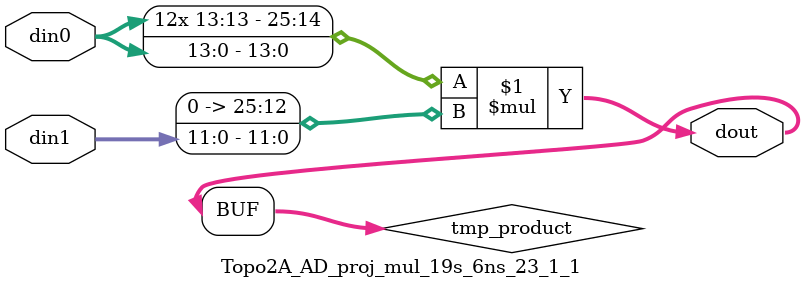
<source format=v>

`timescale 1 ns / 1 ps

 module Topo2A_AD_proj_mul_19s_6ns_23_1_1(din0, din1, dout);
parameter ID = 1;
parameter NUM_STAGE = 0;
parameter din0_WIDTH = 14;
parameter din1_WIDTH = 12;
parameter dout_WIDTH = 26;

input [din0_WIDTH - 1 : 0] din0; 
input [din1_WIDTH - 1 : 0] din1; 
output [dout_WIDTH - 1 : 0] dout;

wire signed [dout_WIDTH - 1 : 0] tmp_product;


























assign tmp_product = $signed(din0) * $signed({1'b0, din1});









assign dout = tmp_product;





















endmodule

</source>
